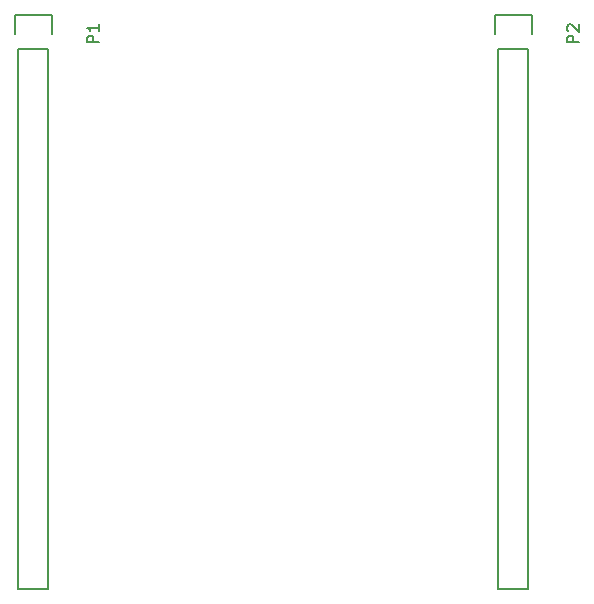
<source format=gbr>
G04 #@! TF.FileFunction,Legend,Top*
%FSLAX46Y46*%
G04 Gerber Fmt 4.6, Leading zero omitted, Abs format (unit mm)*
G04 Created by KiCad (PCBNEW 4.0.3+e1-6302~38~ubuntu16.04.1-stable) date Tue Aug 16 18:58:03 2016*
%MOMM*%
%LPD*%
G01*
G04 APERTURE LIST*
%ADD10C,0.100000*%
%ADD11C,0.150000*%
G04 APERTURE END LIST*
D10*
D11*
X106680000Y-106680000D02*
X106680000Y-152400000D01*
X106680000Y-152400000D02*
X109220000Y-152400000D01*
X109220000Y-152400000D02*
X109220000Y-106680000D01*
X106400000Y-103860000D02*
X106400000Y-105410000D01*
X106680000Y-106680000D02*
X109220000Y-106680000D01*
X109500000Y-105410000D02*
X109500000Y-103860000D01*
X109500000Y-103860000D02*
X106400000Y-103860000D01*
X147320000Y-106680000D02*
X147320000Y-152400000D01*
X147320000Y-152400000D02*
X149860000Y-152400000D01*
X149860000Y-152400000D02*
X149860000Y-106680000D01*
X147040000Y-103860000D02*
X147040000Y-105410000D01*
X147320000Y-106680000D02*
X149860000Y-106680000D01*
X150140000Y-105410000D02*
X150140000Y-103860000D01*
X150140000Y-103860000D02*
X147040000Y-103860000D01*
X113502381Y-106148095D02*
X112502381Y-106148095D01*
X112502381Y-105767142D01*
X112550000Y-105671904D01*
X112597619Y-105624285D01*
X112692857Y-105576666D01*
X112835714Y-105576666D01*
X112930952Y-105624285D01*
X112978571Y-105671904D01*
X113026190Y-105767142D01*
X113026190Y-106148095D01*
X113502381Y-104624285D02*
X113502381Y-105195714D01*
X113502381Y-104910000D02*
X112502381Y-104910000D01*
X112645238Y-105005238D01*
X112740476Y-105100476D01*
X112788095Y-105195714D01*
X154142381Y-106148095D02*
X153142381Y-106148095D01*
X153142381Y-105767142D01*
X153190000Y-105671904D01*
X153237619Y-105624285D01*
X153332857Y-105576666D01*
X153475714Y-105576666D01*
X153570952Y-105624285D01*
X153618571Y-105671904D01*
X153666190Y-105767142D01*
X153666190Y-106148095D01*
X153237619Y-105195714D02*
X153190000Y-105148095D01*
X153142381Y-105052857D01*
X153142381Y-104814761D01*
X153190000Y-104719523D01*
X153237619Y-104671904D01*
X153332857Y-104624285D01*
X153428095Y-104624285D01*
X153570952Y-104671904D01*
X154142381Y-105243333D01*
X154142381Y-104624285D01*
M02*

</source>
